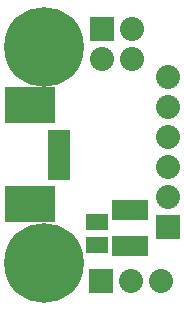
<source format=gbs>
G04 (created by PCBNEW (2013-04-19 BZR 4011)-stable) date 27/09/2013 13:49:53*
%MOIN*%
G04 Gerber Fmt 3.4, Leading zero omitted, Abs format*
%FSLAX34Y34*%
G01*
G70*
G90*
G04 APERTURE LIST*
%ADD10C,2.3622e-006*%
%ADD11R,0.075X0.055*%
%ADD12C,0.2661*%
%ADD13R,0.1696X0.1184*%
%ADD14R,0.0751X0.0397*%
%ADD15R,0.12X0.07*%
%ADD16R,0.08X0.08*%
%ADD17C,0.08*%
G04 APERTURE END LIST*
G54D10*
G54D11*
X61640Y-42345D03*
X61640Y-43095D03*
G54D12*
X59900Y-36500D03*
X59900Y-43700D03*
G54D13*
X59437Y-38446D03*
X59437Y-41754D03*
G54D14*
X60382Y-39470D03*
X60382Y-39785D03*
X60382Y-40730D03*
X60382Y-40415D03*
X60382Y-40100D03*
G54D15*
X62760Y-43140D03*
X62760Y-41940D03*
G54D16*
X61800Y-44300D03*
G54D17*
X62800Y-44300D03*
X63800Y-44300D03*
G54D16*
X64010Y-42500D03*
G54D17*
X64010Y-41500D03*
X64010Y-40500D03*
X64010Y-39500D03*
X64010Y-38500D03*
X64010Y-37500D03*
G54D16*
X61810Y-35900D03*
G54D17*
X61810Y-36900D03*
X62810Y-35900D03*
X62810Y-36900D03*
M02*

</source>
